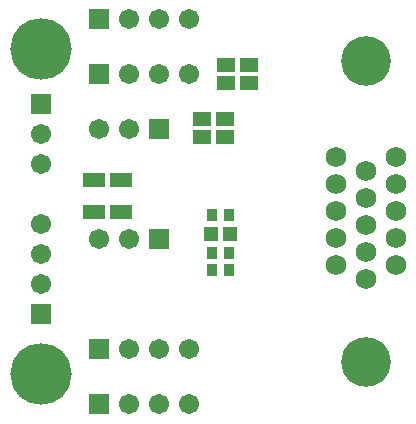
<source format=gts>
%FSDAX24Y24*%
%MOIN*%
%SFA1B1*%

%IPPOS*%
%ADD24R,0.045400X0.047400*%
%ADD25R,0.035600X0.043400*%
%ADD26R,0.063100X0.051300*%
%ADD27R,0.074900X0.051300*%
%ADD28C,0.165500*%
%ADD29C,0.068000*%
%ADD30R,0.067100X0.067100*%
%ADD31C,0.067100*%
%ADD32R,0.067100X0.067100*%
%ADD33C,0.204900*%
%LNdistro_layout_top_buck-1*%
%LPD*%
G54D24*
X005685Y004659D03*
X006315D03*
G54D25*
X006295Y003445D03*
X005705D03*
Y004017D03*
X006295D03*
Y005300D03*
X005705D03*
G54D26*
X006150Y007887D03*
Y008478D03*
X005381Y007887D03*
Y008478D03*
X006169Y009698D03*
Y010289D03*
X006938Y009698D03*
Y010289D03*
G54D27*
X001791Y005405D03*
Y006468D03*
X002679Y005405D03*
Y006468D03*
G54D28*
X010843Y000392D03*
Y010435D03*
G54D29*
X009843Y003613D03*
Y005413D03*
Y004513D03*
Y006313D03*
Y007213D03*
X010843Y006763D03*
Y005863D03*
Y004063D03*
Y004963D03*
Y003163D03*
X011843Y007213D03*
Y006313D03*
Y004513D03*
Y005413D03*
Y003613D03*
G54D30*
X001937Y011811D03*
Y009981D03*
X003937Y004490D03*
Y008151D03*
X001937Y-001000D03*
Y000830D03*
G54D31*
X002937Y011811D03*
X003937D03*
X004937D03*
X000000Y003000D03*
Y004000D03*
Y005000D03*
X002937Y009981D03*
X003937D03*
X004937D03*
X000000Y007000D03*
Y008000D03*
X001937Y004490D03*
X002937D03*
X001937Y008151D03*
X002937D03*
Y-001000D03*
X003937D03*
X004937D03*
X002937Y000830D03*
X003937D03*
X004937D03*
G54D32*
X000000Y002000D03*
Y009000D03*
G54D33*
X000000Y010827D03*
Y000000D03*
M02*
</source>
